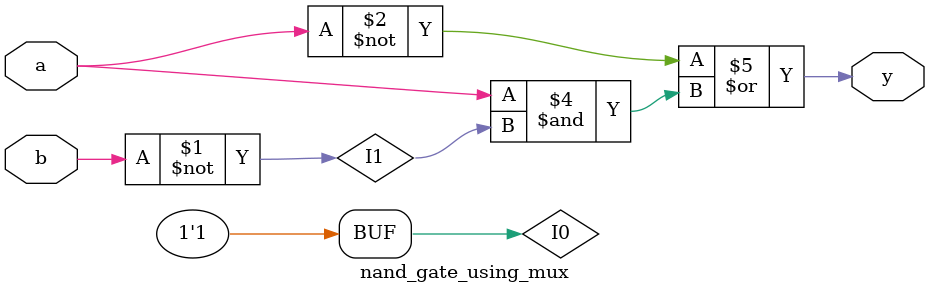
<source format=v>
module nand_gate_using_mux (
    input wire a,
    input wire b,
    output wire y
);
    wire I0;  
    wire I1;  
    assign I0 = 1'b1;
    assign I1 = ~b;
  assign y = (~a & I0) | (a & I1);
endmodule

</source>
